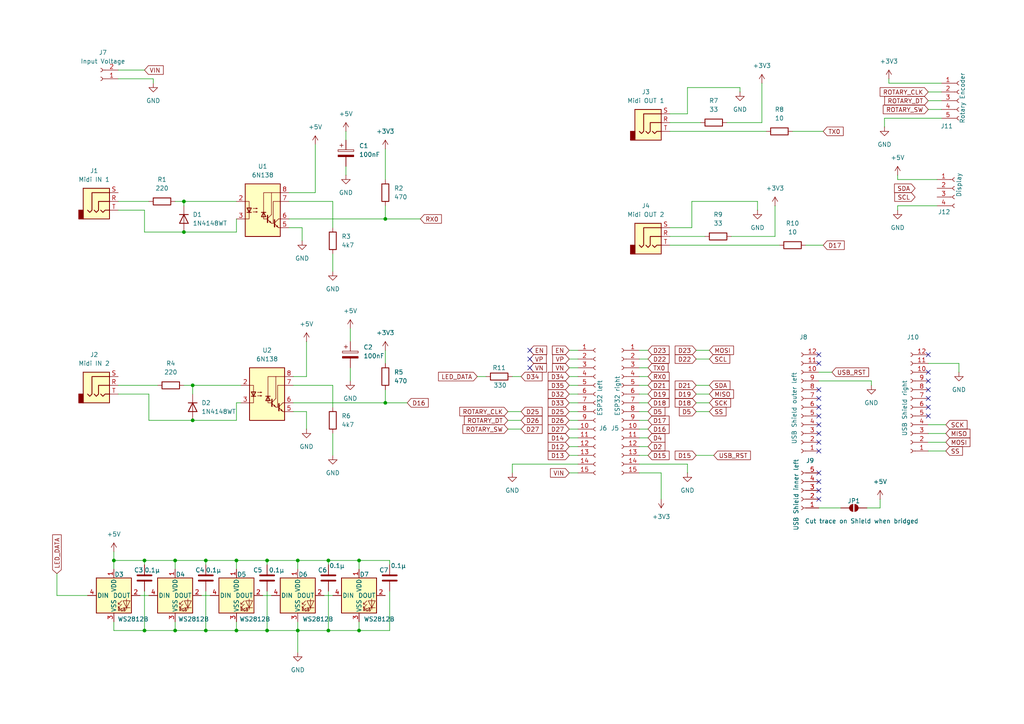
<source format=kicad_sch>
(kicad_sch (version 20231120) (generator "eeschema") (generator_version "8.0")
  (paper "A4")
  (lib_symbols
    (symbol "Connector:Conn_01x02_Socket" (pin_names (offset 1.016) hide)
      (property "Reference" "J" (at 0 2.54 0))
      (property "Value" "Conn_01x02_Socket" (at 0 -5.08 0))
      (symbol "Conn_01x02_Socket_1_1"
        (pin passive line (at -5.08 0 0) (length 3.81) (name "Pin_1") (number "1"))
        (pin passive line (at -5.08 -2.54 0) (length 3.81) (name "Pin_2") (number "2"))
      )
    )
    (symbol "Connector:Conn_01x04_Socket" (pin_names (offset 1.016) hide)
      (property "Reference" "J" (at 0 5.08 0))
      (property "Value" "Conn_01x04_Socket" (at 0 -7.62 0))
      (symbol "Conn_01x04_Socket_1_1"
        (pin passive line (at -5.08 2.54 0) (length 3.81) (name "Pin_1") (number "1"))
        (pin passive line (at -5.08 0 0) (length 3.81) (name "Pin_2") (number "2"))
        (pin passive line (at -5.08 -2.54 0) (length 3.81) (name "Pin_3") (number "3"))
        (pin passive line (at -5.08 -5.08 0) (length 3.81) (name "Pin_4") (number "4"))
      )
    )
    (symbol "Connector:Conn_01x05_Socket" (pin_names (offset 1.016) hide)
      (property "Reference" "J" (at 0 7.62 0))
      (property "Value" "Conn_01x05_Socket" (at 0 -7.62 0))
      (symbol "Conn_01x05_Socket_1_1"
        (pin passive line (at -5.08 5.08 0) (length 3.81) (name "Pin_1") (number "1"))
        (pin passive line (at -5.08 2.54 0) (length 3.81) (name "Pin_2") (number "2"))
        (pin passive line (at -5.08 0 0) (length 3.81) (name "Pin_3") (number "3"))
        (pin passive line (at -5.08 -2.54 0) (length 3.81) (name "Pin_4") (number "4"))
        (pin passive line (at -5.08 -5.08 0) (length 3.81) (name "Pin_5") (number "5"))
      )
    )
    (symbol "Connector:Conn_01x12_Socket" (pin_names (offset 1.016) hide)
      (property "Reference" "J" (at 0 15.24 0))
      (property "Value" "Conn_01x12_Socket" (at 0 -17.78 0))
      (symbol "Conn_01x12_Socket_1_1"
        (pin passive line (at -5.08 12.7 0) (length 3.81) (name "Pin_1") (number "1"))
        (pin passive line (at -5.08 -10.16 0) (length 3.81) (name "Pin_10") (number "10"))
        (pin passive line (at -5.08 -12.7 0) (length 3.81) (name "Pin_11") (number "11"))
        (pin passive line (at -5.08 -15.24 0) (length 3.81) (name "Pin_12") (number "12"))
        (pin passive line (at -5.08 10.16 0) (length 3.81) (name "Pin_2") (number "2"))
        (pin passive line (at -5.08 7.62 0) (length 3.81) (name "Pin_3") (number "3"))
        (pin passive line (at -5.08 5.08 0) (length 3.81) (name "Pin_4") (number "4"))
        (pin passive line (at -5.08 2.54 0) (length 3.81) (name "Pin_5") (number "5"))
        (pin passive line (at -5.08 0 0) (length 3.81) (name "Pin_6") (number "6"))
        (pin passive line (at -5.08 -2.54 0) (length 3.81) (name "Pin_7") (number "7"))
        (pin passive line (at -5.08 -5.08 0) (length 3.81) (name "Pin_8") (number "8"))
        (pin passive line (at -5.08 -7.62 0) (length 3.81) (name "Pin_9") (number "9"))
      )
    )
    (symbol "Connector:Conn_01x15_Socket" (pin_names (offset 1.016) hide)
      (property "Reference" "J" (at 0 20.32 0))
      (property "Value" "Conn_01x15_Socket" (at 0 -20.32 0))
      (symbol "Conn_01x15_Socket_1_1"
        (pin passive line (at -5.08 17.78 0) (length 3.81) (name "Pin_1") (number "1"))
        (pin passive line (at -5.08 -5.08 0) (length 3.81) (name "Pin_10") (number "10"))
        (pin passive line (at -5.08 -7.62 0) (length 3.81) (name "Pin_11") (number "11"))
        (pin passive line (at -5.08 -10.16 0) (length 3.81) (name "Pin_12") (number "12"))
        (pin passive line (at -5.08 -12.7 0) (length 3.81) (name "Pin_13") (number "13"))
        (pin passive line (at -5.08 -15.24 0) (length 3.81) (name "Pin_14") (number "14"))
        (pin passive line (at -5.08 -17.78 0) (length 3.81) (name "Pin_15") (number "15"))
        (pin passive line (at -5.08 15.24 0) (length 3.81) (name "Pin_2") (number "2"))
        (pin passive line (at -5.08 12.7 0) (length 3.81) (name "Pin_3") (number "3"))
        (pin passive line (at -5.08 10.16 0) (length 3.81) (name "Pin_4") (number "4"))
        (pin passive line (at -5.08 7.62 0) (length 3.81) (name "Pin_5") (number "5"))
        (pin passive line (at -5.08 5.08 0) (length 3.81) (name "Pin_6") (number "6"))
        (pin passive line (at -5.08 2.54 0) (length 3.81) (name "Pin_7") (number "7"))
        (pin passive line (at -5.08 0 0) (length 3.81) (name "Pin_8") (number "8"))
        (pin passive line (at -5.08 -2.54 0) (length 3.81) (name "Pin_9") (number "9"))
      )
    )
    (symbol "Connector_Audio:AudioJack3"
      (property "Reference" "J" (at 0 8.89 0))
      (property "Value" "AudioJack3" (at 0 6.35 0))
      (symbol "AudioJack3_1_1"
        (pin passive line (at 5.08 0 180) (length 2.54) (name "~") (number "R"))
        (pin passive line (at 5.08 2.54 180) (length 2.54) (name "~") (number "S"))
        (pin passive line (at 5.08 -2.54 180) (length 2.54) (name "~") (number "T"))
      )
    )
    (symbol "Device:C" (pin_numbers hide) (pin_names (offset 0.254))
      (property "Reference" "C" (at 0.635 2.54 0))
      (property "Value" "C" (at 0.635 -2.54 0))
      (symbol "C_1_1"
        (pin passive line (at 0 3.81 270) (length 2.794) (name "~") (number "1"))
        (pin passive line (at 0 -3.81 90) (length 2.794) (name "~") (number "2"))
      )
    )
    (symbol "Device:C_Polarized" (pin_numbers hide) (pin_names (offset 0.254))
      (property "Reference" "C" (at 0.635 2.54 0))
      (property "Value" "C_Polarized" (at 0.635 -2.54 0))
      (symbol "C_Polarized_1_1"
        (pin passive line (at 0 3.81 270) (length 2.794) (name "~") (number "1"))
        (pin passive line (at 0 -3.81 90) (length 2.794) (name "~") (number "2"))
      )
    )
    (symbol "Device:R" (pin_numbers hide) (pin_names (offset 0))
      (property "Reference" "R" (at 2.032 0 90))
      (property "Value" "R" (at 0 0 90))
      (symbol "R_1_1"
        (pin passive line (at 0 3.81 270) (length 1.27) (name "~") (number "1"))
        (pin passive line (at 0 -3.81 90) (length 1.27) (name "~") (number "2"))
      )
    )
    (symbol "Diode:1N4148WT" (pin_numbers hide) (pin_names hide)
      (property "Reference" "D" (at 0 2.54 0))
      (property "Value" "1N4148WT" (at 0 -2.54 0))
      (symbol "1N4148WT_1_1"
        (pin passive line (at -3.81 0 0) (length 2.54) (name "K") (number "1"))
        (pin passive line (at 3.81 0 180) (length 2.54) (name "A") (number "2"))
      )
    )
    (symbol "Isolator:6N138" (pin_names (offset 1.016) hide)
      (property "Reference" "U" (at -4.064 8.89 0))
      (property "Value" "6N138" (at 2.286 8.89 0))
      (symbol "6N138_1_1"
        (pin no_connect line (at -5.08 5.08 0) (length 2.54) hide (name "NC") (number "1"))
        (pin passive line (at -7.62 2.54 0) (length 2.54) (name "C1") (number "2"))
        (pin passive line (at -7.62 -2.54 0) (length 2.54) (name "C2") (number "3"))
        (pin no_connect line (at -5.08 -5.08 0) (length 2.54) hide (name "NC") (number "4"))
        (pin passive line (at 7.62 -5.08 180) (length 2.54) (name "GND") (number "5"))
        (pin passive line (at 7.62 -2.54 180) (length 2.54) (name "VO2") (number "6"))
        (pin passive line (at 7.62 2.54 180) (length 2.54) (name "VO1") (number "7"))
        (pin passive line (at 7.62 5.08 180) (length 2.54) (name "VCC") (number "8"))
      )
    )
    (symbol "Jumper:SolderJumper_2_Open" (pin_numbers hide) (pin_names (offset 0) hide) (exclude_from_sim yes) (in_bom no)
      (property "Reference" "JP" (at 0 2.032 0))
      (property "Value" "SolderJumper_2_Open" (at 0 -2.54 0))
      (symbol "SolderJumper_2_Open_1_1"
        (pin passive line (at -3.81 0 0) (length 2.54) (name "A") (number "1"))
        (pin passive line (at 3.81 0 180) (length 2.54) (name "B") (number "2"))
      )
    )
    (symbol "LED:WS2812B" (pin_names (offset 0.254))
      (property "Reference" "D" (at 5.08 5.715 0))
      (property "Value" "WS2812B" (at 1.27 -5.715 0))
      (symbol "WS2812B_0_0"
        (text "RGB" (at 2.286 -4.191 0) (effects (font (size 0.762 0.762))))
      )
      (symbol "WS2812B_1_1"
        (pin power_in line (at 0 7.62 270) (length 2.54) (name "VDD") (number "1"))
        (pin output line (at 7.62 0 180) (length 2.54) (name "DOUT") (number "2"))
        (pin power_in line (at 0 -7.62 90) (length 2.54) (name "VSS") (number "3"))
        (pin input line (at -7.62 0 0) (length 2.54) (name "DIN") (number "4"))
      )
    )
    (symbol "power:+3V3" (power) (pin_numbers hide) (pin_names (offset 0) hide)
      (property "Value" "+3V3" (at 0 3.556 0))
      (symbol "+3V3_1_1"
        (pin power_in line (at 0 0 90) (length 0) (name "~") (number "1"))
      )
    )
    (symbol "power:+5V" (power) (pin_numbers hide) (pin_names (offset 0) hide)
      (property "Value" "+5V" (at 0 3.556 0))
      (symbol "+5V_1_1"
        (pin power_in line (at 0 0 90) (length 0) (name "~") (number "1"))
      )
    )
    (symbol "power:GND" (power) (pin_numbers hide) (pin_names (offset 0) hide)
      (property "Value" "GND" (at 0 -3.81 0))
      (symbol "GND_1_1"
        (pin power_in line (at 0 0 270) (length 0) (name "~") (number "1"))
      )
    )
  )
  (junction (at 55.88 111.76))
  (junction (at 86.36 162.56))
  (junction (at 111.76 63.5))
  (junction (at 59.69 162.56))
  (junction (at 53.34 67.31))
  (junction (at 77.47 182.88))
  (junction (at 41.91 162.56))
  (junction (at 95.25 162.56))
  (junction (at 55.88 121.92))
  (junction (at 86.36 182.88))
  (junction (at 111.76 116.84))
  (junction (at 53.34 58.42))
  (junction (at 50.8 162.56))
  (junction (at 68.58 182.88))
  (junction (at 33.02 162.56))
  (junction (at 41.91 182.88))
  (junction (at 50.8 182.88))
  (junction (at 104.14 182.88))
  (junction (at 68.58 162.56))
  (junction (at 77.47 162.56))
  (junction (at 95.25 182.88))
  (junction (at 59.69 182.88))
  (junction (at 104.14 162.56))
  (no_connect (at 269.24 107.95))
  (no_connect (at 237.49 125.73))
  (no_connect (at 237.49 130.81))
  (no_connect (at 237.49 144.78))
  (no_connect (at 237.49 102.87))
  (no_connect (at 237.49 120.65))
  (no_connect (at 237.49 123.19))
  (no_connect (at 237.49 115.57))
  (no_connect (at 269.24 120.65))
  (no_connect (at 269.24 115.57))
  (no_connect (at 237.49 128.27))
  (no_connect (at 237.49 113.03))
  (no_connect (at 237.49 118.11))
  (no_connect (at 237.49 137.16))
  (no_connect (at 153.67 104.14))
  (no_connect (at 269.24 102.87))
  (no_connect (at 153.67 106.68))
  (no_connect (at 237.49 105.41))
  (no_connect (at 237.49 139.7))
  (no_connect (at 269.24 110.49))
  (no_connect (at 269.24 113.03))
  (no_connect (at 153.67 101.6))
  (no_connect (at 237.49 142.24))
  (no_connect (at 269.24 118.11))
  (wire (pts (xy 50.8 162.56) (xy 59.69 162.56)))
  (wire (pts (xy 95.25 171.45) (xy 95.25 182.88)))
  (wire (pts (xy 187.96 101.6) (xy 185.42 101.6)))
  (wire (pts (xy 220.98 24.13) (xy 220.98 35.56)))
  (wire (pts (xy 165.1 104.14) (xy 167.64 104.14)))
  (wire (pts (xy 16.51 172.72) (xy 25.4 172.72)))
  (wire (pts (xy 219.71 58.42) (xy 219.71 60.96)))
  (wire (pts (xy 50.8 58.42) (xy 53.34 58.42)))
  (wire (pts (xy 237.49 147.32) (xy 243.84 147.32)))
  (wire (pts (xy 269.24 128.27) (xy 274.32 128.27)))
  (wire (pts (xy 95.25 162.56) (xy 95.25 163.83)))
  (wire (pts (xy 187.96 121.92) (xy 185.42 121.92)))
  (wire (pts (xy 50.8 162.56) (xy 50.8 165.1)))
  (wire (pts (xy 83.82 58.42) (xy 96.52 58.42)))
  (wire (pts (xy 255.27 147.32) (xy 255.27 144.78)))
  (wire (pts (xy 278.13 105.41) (xy 278.13 107.95)))
  (wire (pts (xy 269.24 105.41) (xy 278.13 105.41)))
  (wire (pts (xy 88.9 119.38) (xy 88.9 124.46)))
  (wire (pts (xy 194.31 35.56) (xy 203.2 35.56)))
  (wire (pts (xy 224.79 68.58) (xy 224.79 59.69)))
  (wire (pts (xy 86.36 182.88) (xy 86.36 189.23)))
  (wire (pts (xy 187.96 127) (xy 185.42 127)))
  (wire (pts (xy 59.69 182.88) (xy 68.58 182.88)))
  (wire (pts (xy 187.96 109.22) (xy 185.42 109.22)))
  (wire (pts (xy 111.76 101.6) (xy 111.76 105.41)))
  (wire (pts (xy 40.64 172.72) (xy 43.18 172.72)))
  (wire (pts (xy 33.02 182.88) (xy 41.91 182.88)))
  (wire (pts (xy 33.02 162.56) (xy 41.91 162.56)))
  (wire (pts (xy 269.24 26.67) (xy 273.05 26.67)))
  (wire (pts (xy 85.09 109.22) (xy 88.9 109.22)))
  (wire (pts (xy 68.58 116.84) (xy 68.58 121.92)))
  (wire (pts (xy 147.32 119.38) (xy 151.13 119.38)))
  (wire (pts (xy 165.1 129.54) (xy 167.64 129.54)))
  (wire (pts (xy 251.46 147.32) (xy 255.27 147.32)))
  (wire (pts (xy 256.54 36.83) (xy 256.54 34.29)))
  (wire (pts (xy 34.29 114.3) (xy 43.18 114.3)))
  (wire (pts (xy 50.8 182.88) (xy 50.8 180.34)))
  (wire (pts (xy 147.32 124.46) (xy 151.13 124.46)))
  (wire (pts (xy 187.96 116.84) (xy 185.42 116.84)))
  (wire (pts (xy 43.18 121.92) (xy 55.88 121.92)))
  (wire (pts (xy 77.47 171.45) (xy 77.47 182.88)))
  (wire (pts (xy 269.24 31.75) (xy 273.05 31.75)))
  (wire (pts (xy 237.49 110.49) (xy 252.73 110.49)))
  (wire (pts (xy 113.03 162.56) (xy 104.14 162.56)))
  (wire (pts (xy 165.1 127) (xy 167.64 127)))
  (wire (pts (xy 100.33 48.26) (xy 100.33 50.8)))
  (wire (pts (xy 165.1 132.08) (xy 167.64 132.08)))
  (wire (pts (xy 68.58 162.56) (xy 77.47 162.56)))
  (wire (pts (xy 237.49 107.95) (xy 241.3 107.95)))
  (wire (pts (xy 53.34 58.42) (xy 68.58 58.42)))
  (wire (pts (xy 87.63 66.04) (xy 87.63 69.85)))
  (wire (pts (xy 101.6 106.68) (xy 101.6 110.49)))
  (wire (pts (xy 59.69 171.45) (xy 59.69 182.88)))
  (wire (pts (xy 53.34 58.42) (xy 53.34 59.69)))
  (wire (pts (xy 269.24 29.21) (xy 273.05 29.21)))
  (wire (pts (xy 187.96 106.68) (xy 185.42 106.68)))
  (wire (pts (xy 68.58 182.88) (xy 77.47 182.88)))
  (wire (pts (xy 165.1 137.16) (xy 167.64 137.16)))
  (wire (pts (xy 68.58 162.56) (xy 68.58 165.1)))
  (wire (pts (xy 34.29 60.96) (xy 41.91 60.96)))
  (wire (pts (xy 41.91 182.88) (xy 50.8 182.88)))
  (wire (pts (xy 165.1 106.68) (xy 167.64 106.68)))
  (wire (pts (xy 187.96 111.76) (xy 185.42 111.76)))
  (wire (pts (xy 165.1 111.76) (xy 167.64 111.76)))
  (wire (pts (xy 191.77 144.78) (xy 191.77 137.16)))
  (wire (pts (xy 111.76 63.5) (xy 121.92 63.5)))
  (wire (pts (xy 199.39 137.16) (xy 199.39 134.62)))
  (wire (pts (xy 104.14 162.56) (xy 104.14 165.1)))
  (wire (pts (xy 187.96 129.54) (xy 185.42 129.54)))
  (wire (pts (xy 86.36 182.88) (xy 86.36 180.34)))
  (wire (pts (xy 194.31 68.58) (xy 204.47 68.58)))
  (wire (pts (xy 68.58 63.5) (xy 68.58 67.31)))
  (wire (pts (xy 95.25 182.88) (xy 86.36 182.88)))
  (wire (pts (xy 199.39 134.62) (xy 185.42 134.62)))
  (wire (pts (xy 273.05 24.13) (xy 257.81 24.13)))
  (wire (pts (xy 269.24 123.19) (xy 274.32 123.19)))
  (wire (pts (xy 201.93 132.08) (xy 207.01 132.08)))
  (wire (pts (xy 53.34 67.31) (xy 68.58 67.31)))
  (wire (pts (xy 113.03 171.45) (xy 113.03 182.88)))
  (wire (pts (xy 34.29 58.42) (xy 43.18 58.42)))
  (wire (pts (xy 43.18 114.3) (xy 43.18 121.92)))
  (wire (pts (xy 271.78 59.69) (xy 260.35 59.69)))
  (wire (pts (xy 83.82 55.88) (xy 91.44 55.88)))
  (wire (pts (xy 194.31 71.12) (xy 226.06 71.12)))
  (wire (pts (xy 68.58 182.88) (xy 68.58 180.34)))
  (wire (pts (xy 91.44 55.88) (xy 91.44 41.91)))
  (wire (pts (xy 214.63 25.4) (xy 214.63 26.67)))
  (wire (pts (xy 104.14 162.56) (xy 95.25 162.56)))
  (wire (pts (xy 260.35 59.69) (xy 260.35 60.96)))
  (wire (pts (xy 187.96 124.46) (xy 185.42 124.46)))
  (wire (pts (xy 113.03 163.83) (xy 113.03 162.56)))
  (wire (pts (xy 165.1 114.3) (xy 167.64 114.3)))
  (wire (pts (xy 233.68 71.12) (xy 238.76 71.12)))
  (wire (pts (xy 201.93 111.76) (xy 205.74 111.76)))
  (wire (pts (xy 147.32 121.92) (xy 151.13 121.92)))
  (wire (pts (xy 41.91 162.56) (xy 41.91 163.83)))
  (wire (pts (xy 16.51 172.72) (xy 16.51 166.37)))
  (wire (pts (xy 111.76 116.84) (xy 118.11 116.84)))
  (wire (pts (xy 41.91 67.31) (xy 53.34 67.31)))
  (wire (pts (xy 148.59 134.62) (xy 167.64 134.62)))
  (wire (pts (xy 138.43 109.22) (xy 140.97 109.22)))
  (wire (pts (xy 33.02 162.56) (xy 33.02 165.1)))
  (wire (pts (xy 165.1 116.84) (xy 167.64 116.84)))
  (wire (pts (xy 50.8 182.88) (xy 59.69 182.88)))
  (wire (pts (xy 201.93 119.38) (xy 205.74 119.38)))
  (wire (pts (xy 41.91 60.96) (xy 41.91 67.31)))
  (wire (pts (xy 200.66 66.04) (xy 200.66 58.42)))
  (wire (pts (xy 201.93 101.6) (xy 205.74 101.6)))
  (wire (pts (xy 34.29 20.32) (xy 41.91 20.32)))
  (wire (pts (xy 111.76 59.69) (xy 111.76 63.5)))
  (wire (pts (xy 252.73 110.49) (xy 252.73 111.76)))
  (wire (pts (xy 77.47 162.56) (xy 77.47 163.83)))
  (wire (pts (xy 187.96 119.38) (xy 185.42 119.38)))
  (wire (pts (xy 96.52 111.76) (xy 96.52 118.11)))
  (wire (pts (xy 165.1 121.92) (xy 167.64 121.92)))
  (wire (pts (xy 83.82 63.5) (xy 111.76 63.5)))
  (wire (pts (xy 269.24 125.73) (xy 274.32 125.73)))
  (wire (pts (xy 201.93 116.84) (xy 205.74 116.84)))
  (wire (pts (xy 86.36 162.56) (xy 95.25 162.56)))
  (wire (pts (xy 77.47 162.56) (xy 86.36 162.56)))
  (wire (pts (xy 58.42 172.72) (xy 60.96 172.72)))
  (wire (pts (xy 85.09 119.38) (xy 88.9 119.38)))
  (wire (pts (xy 201.93 104.14) (xy 205.74 104.14)))
  (wire (pts (xy 44.45 24.13) (xy 44.45 22.86)))
  (wire (pts (xy 187.96 104.14) (xy 185.42 104.14)))
  (wire (pts (xy 269.24 130.81) (xy 274.32 130.81)))
  (wire (pts (xy 113.03 182.88) (xy 104.14 182.88)))
  (wire (pts (xy 185.42 132.08) (xy 187.96 132.08)))
  (wire (pts (xy 111.76 43.18) (xy 111.76 52.07)))
  (wire (pts (xy 55.88 121.92) (xy 68.58 121.92)))
  (wire (pts (xy 165.1 124.46) (xy 167.64 124.46)))
  (wire (pts (xy 53.34 111.76) (xy 55.88 111.76)))
  (wire (pts (xy 33.02 180.34) (xy 33.02 182.88)))
  (wire (pts (xy 191.77 137.16) (xy 185.42 137.16)))
  (wire (pts (xy 77.47 182.88) (xy 86.36 182.88)))
  (wire (pts (xy 257.81 24.13) (xy 257.81 22.86)))
  (wire (pts (xy 34.29 22.86) (xy 44.45 22.86)))
  (wire (pts (xy 88.9 109.22) (xy 88.9 99.06)))
  (wire (pts (xy 59.69 162.56) (xy 68.58 162.56)))
  (wire (pts (xy 165.1 109.22) (xy 167.64 109.22)))
  (wire (pts (xy 111.76 113.03) (xy 111.76 116.84)))
  (wire (pts (xy 212.09 68.58) (xy 224.79 68.58)))
  (wire (pts (xy 85.09 116.84) (xy 111.76 116.84)))
  (wire (pts (xy 55.88 111.76) (xy 55.88 114.3)))
  (wire (pts (xy 96.52 58.42) (xy 96.52 66.04)))
  (wire (pts (xy 148.59 109.22) (xy 151.13 109.22)))
  (wire (pts (xy 194.31 33.02) (xy 199.39 33.02)))
  (wire (pts (xy 100.33 38.1) (xy 100.33 40.64)))
  (wire (pts (xy 194.31 66.04) (xy 200.66 66.04)))
  (wire (pts (xy 260.35 52.07) (xy 260.35 50.8)))
  (wire (pts (xy 33.02 160.02) (xy 33.02 162.56)))
  (wire (pts (xy 199.39 25.4) (xy 214.63 25.4)))
  (wire (pts (xy 201.93 114.3) (xy 205.74 114.3)))
  (wire (pts (xy 93.98 172.72) (xy 96.52 172.72)))
  (wire (pts (xy 96.52 73.66) (xy 96.52 78.74)))
  (wire (pts (xy 69.85 116.84) (xy 68.58 116.84)))
  (wire (pts (xy 165.1 101.6) (xy 167.64 101.6)))
  (wire (pts (xy 83.82 66.04) (xy 87.63 66.04)))
  (wire (pts (xy 104.14 182.88) (xy 95.25 182.88)))
  (wire (pts (xy 55.88 111.76) (xy 69.85 111.76)))
  (wire (pts (xy 165.1 119.38) (xy 167.64 119.38)))
  (wire (pts (xy 104.14 180.34) (xy 104.14 182.88)))
  (wire (pts (xy 256.54 34.29) (xy 273.05 34.29)))
  (wire (pts (xy 199.39 33.02) (xy 199.39 25.4)))
  (wire (pts (xy 271.78 52.07) (xy 260.35 52.07)))
  (wire (pts (xy 59.69 162.56) (xy 59.69 163.83)))
  (wire (pts (xy 220.98 35.56) (xy 210.82 35.56)))
  (wire (pts (xy 86.36 162.56) (xy 86.36 165.1)))
  (wire (pts (xy 200.66 58.42) (xy 219.71 58.42)))
  (wire (pts (xy 34.29 111.76) (xy 45.72 111.76)))
  (wire (pts (xy 41.91 162.56) (xy 50.8 162.56)))
  (wire (pts (xy 194.31 38.1) (xy 222.25 38.1)))
  (wire (pts (xy 85.09 111.76) (xy 96.52 111.76)))
  (wire (pts (xy 187.96 114.3) (xy 185.42 114.3)))
  (wire (pts (xy 148.59 137.16) (xy 148.59 134.62)))
  (wire (pts (xy 229.87 38.1) (xy 238.76 38.1)))
  (wire (pts (xy 76.2 172.72) (xy 78.74 172.72)))
  (wire (pts (xy 41.91 171.45) (xy 41.91 182.88)))
  (wire (pts (xy 96.52 125.73) (xy 96.52 132.08)))
  (wire (pts (xy 101.6 95.25) (xy 101.6 99.06)))
  (global_label "D15" (shape input) (at 187.96 132.08 0) (property "Intersheetrefs" "${INTERSHEET_REFS}" (effects (hide yes))))
  (global_label "D16" (shape input) (at 118.11 116.84 0) (property "Intersheetrefs" "${INTERSHEET_REFS}" (effects (hide yes))))
  (global_label "D23" (shape input) (at 187.96 101.6 0) (property "Intersheetrefs" "${INTERSHEET_REFS}" (effects (hide yes))))
  (global_label "LED_DATA" (shape input) (at 138.43 109.22 180) (property "Intersheetrefs" "${INTERSHEET_REFS}" (effects (hide yes))))
  (global_label "MOSI" (shape input) (at 205.74 101.6 0) (property "Intersheetrefs" "${INTERSHEET_REFS}" (effects (hide yes))))
  (global_label "D14" (shape input) (at 165.1 127 180) (property "Intersheetrefs" "${INTERSHEET_REFS}" (effects (hide yes))))
  (global_label "D19" (shape input) (at 201.93 114.3 180) (property "Intersheetrefs" "${INTERSHEET_REFS}" (effects (hide yes))))
  (global_label "D34" (shape input) (at 165.1 109.22 180) (property "Intersheetrefs" "${INTERSHEET_REFS}" (effects (hide yes))))
  (global_label "D18" (shape input) (at 201.93 116.84 180) (property "Intersheetrefs" "${INTERSHEET_REFS}" (effects (hide yes))))
  (global_label "D25" (shape input) (at 165.1 119.38 180) (property "Intersheetrefs" "${INTERSHEET_REFS}" (effects (hide yes))))
  (global_label "RX0" (shape input) (at 121.92 63.5 0) (property "Intersheetrefs" "${INTERSHEET_REFS}" (effects (hide yes))))
  (global_label "EN" (shape input) (at 153.67 101.6 0) (property "Intersheetrefs" "${INTERSHEET_REFS}" (effects (hide yes))))
  (global_label "VN" (shape input) (at 165.1 106.68 180) (property "Intersheetrefs" "${INTERSHEET_REFS}" (effects (hide yes))))
  (global_label "MOSI" (shape input) (at 274.32 128.27 0) (property "Intersheetrefs" "${INTERSHEET_REFS}" (effects (hide yes))))
  (global_label "ROTARY_DT" (shape input) (at 269.24 29.21 180) (property "Intersheetrefs" "${INTERSHEET_REFS}" (effects (hide yes))))
  (global_label "ROTARY_SW" (shape input) (at 269.24 31.75 180) (property "Intersheetrefs" "${INTERSHEET_REFS}" (effects (hide yes))))
  (global_label "D19" (shape input) (at 187.96 114.3 0) (property "Intersheetrefs" "${INTERSHEET_REFS}" (effects (hide yes))))
  (global_label "D27" (shape input) (at 165.1 124.46 180) (property "Intersheetrefs" "${INTERSHEET_REFS}" (effects (hide yes))))
  (global_label "D13" (shape input) (at 165.1 132.08 180) (property "Intersheetrefs" "${INTERSHEET_REFS}" (effects (hide yes))))
  (global_label "D15" (shape input) (at 201.93 132.08 180) (property "Intersheetrefs" "${INTERSHEET_REFS}" (effects (hide yes))))
  (global_label "D35" (shape input) (at 165.1 111.76 180) (property "Intersheetrefs" "${INTERSHEET_REFS}" (effects (hide yes))))
  (global_label "D21" (shape input) (at 201.93 111.76 180) (property "Intersheetrefs" "${INTERSHEET_REFS}" (effects (hide yes))))
  (global_label "MISO" (shape input) (at 274.32 125.73 0) (property "Intersheetrefs" "${INTERSHEET_REFS}" (effects (hide yes))))
  (global_label "VP" (shape input) (at 165.1 104.14 180) (property "Intersheetrefs" "${INTERSHEET_REFS}" (effects (hide yes))))
  (global_label "D26" (shape input) (at 151.13 121.92 0) (property "Intersheetrefs" "${INTERSHEET_REFS}" (effects (hide yes))))
  (global_label "ROTARY_CLK" (shape input) (at 147.32 119.38 180) (property "Intersheetrefs" "${INTERSHEET_REFS}" (effects (hide yes))))
  (global_label "SS" (shape input) (at 274.32 130.81 0) (property "Intersheetrefs" "${INTERSHEET_REFS}" (effects (hide yes))))
  (global_label "VN" (shape input) (at 153.67 106.68 0) (property "Intersheetrefs" "${INTERSHEET_REFS}" (effects (hide yes))))
  (global_label "D21" (shape input) (at 187.96 111.76 0) (property "Intersheetrefs" "${INTERSHEET_REFS}" (effects (hide yes))))
  (global_label "SCL" (shape input) (at 205.74 104.14 0) (property "Intersheetrefs" "${INTERSHEET_REFS}" (effects (hide yes))))
  (global_label "D2" (shape input) (at 187.96 129.54 0) (property "Intersheetrefs" "${INTERSHEET_REFS}" (effects (hide yes))))
  (global_label "SCK" (shape input) (at 274.32 123.19 0) (property "Intersheetrefs" "${INTERSHEET_REFS}" (effects (hide yes))))
  (global_label "D17" (shape input) (at 187.96 121.92 0) (property "Intersheetrefs" "${INTERSHEET_REFS}" (effects (hide yes))))
  (global_label "D32" (shape input) (at 165.1 114.3 180) (property "Intersheetrefs" "${INTERSHEET_REFS}" (effects (hide yes))))
  (global_label "D16" (shape input) (at 187.96 124.46 0) (property "Intersheetrefs" "${INTERSHEET_REFS}" (effects (hide yes))))
  (global_label "D27" (shape input) (at 151.13 124.46 0) (property "Intersheetrefs" "${INTERSHEET_REFS}" (effects (hide yes))))
  (global_label "USB_RST" (shape input) (at 207.01 132.08 0) (property "Intersheetrefs" "${INTERSHEET_REFS}" (effects (hide yes))))
  (global_label "D23" (shape input) (at 201.93 101.6 180) (property "Intersheetrefs" "${INTERSHEET_REFS}" (effects (hide yes))))
  (global_label "ROTARY_DT" (shape input) (at 147.32 121.92 180) (property "Intersheetrefs" "${INTERSHEET_REFS}" (effects (hide yes))))
  (global_label "D22" (shape input) (at 201.93 104.14 180) (property "Intersheetrefs" "${INTERSHEET_REFS}" (effects (hide yes))))
  (global_label "SDA" (shape input) (at 265.43 54.61 180) (property "Intersheetrefs" "${INTERSHEET_REFS}" (effects (hide yes))))
  (global_label "D17" (shape input) (at 238.76 71.12 0) (property "Intersheetrefs" "${INTERSHEET_REFS}" (effects (hide yes))))
  (global_label "D22" (shape input) (at 187.96 104.14 0) (property "Intersheetrefs" "${INTERSHEET_REFS}" (effects (hide yes))))
  (global_label "D4" (shape input) (at 187.96 127 0) (property "Intersheetrefs" "${INTERSHEET_REFS}" (effects (hide yes))))
  (global_label "D18" (shape input) (at 187.96 116.84 0) (property "Intersheetrefs" "${INTERSHEET_REFS}" (effects (hide yes))))
  (global_label "D33" (shape input) (at 165.1 116.84 180) (property "Intersheetrefs" "${INTERSHEET_REFS}" (effects (hide yes))))
  (global_label "ROTARY_CLK" (shape input) (at 269.24 26.67 180) (property "Intersheetrefs" "${INTERSHEET_REFS}" (effects (hide yes))))
  (global_label "SCK" (shape input) (at 205.74 116.84 0) (property "Intersheetrefs" "${INTERSHEET_REFS}" (effects (hide yes))))
  (global_label "TX0" (shape input) (at 187.96 106.68 0) (property "Intersheetrefs" "${INTERSHEET_REFS}" (effects (hide yes))))
  (global_label "VIN" (shape input) (at 41.91 20.32 0) (property "Intersheetrefs" "${INTERSHEET_REFS}" (effects (hide yes))))
  (global_label "USB_RST" (shape input) (at 241.3 107.95 0) (property "Intersheetrefs" "${INTERSHEET_REFS}" (effects (hide yes))))
  (global_label "LED_DATA" (shape input) (at 16.51 166.37 90) (property "Intersheetrefs" "${INTERSHEET_REFS}" (effects (hide yes))))
  (global_label "EN" (shape input) (at 165.1 101.6 180) (property "Intersheetrefs" "${INTERSHEET_REFS}" (effects (hide yes))))
  (global_label "SCL" (shape input) (at 265.43 57.15 180) (property "Intersheetrefs" "${INTERSHEET_REFS}" (effects (hide yes))))
  (global_label "D25" (shape input) (at 151.13 119.38 0) (property "Intersheetrefs" "${INTERSHEET_REFS}" (effects (hide yes))))
  (global_label "D34" (shape input) (at 151.13 109.22 0) (property "Intersheetrefs" "${INTERSHEET_REFS}" (effects (hide yes))))
  (global_label "D5" (shape input) (at 201.93 119.38 180) (property "Intersheetrefs" "${INTERSHEET_REFS}" (effects (hide yes))))
  (global_label "D5" (shape input) (at 187.96 119.38 0) (property "Intersheetrefs" "${INTERSHEET_REFS}" (effects (hide yes))))
  (global_label "TX0" (shape input) (at 238.76 38.1 0) (property "Intersheetrefs" "${INTERSHEET_REFS}" (effects (hide yes))))
  (global_label "D12" (shape input) (at 165.1 129.54 180) (property "Intersheetrefs" "${INTERSHEET_REFS}" (effects (hide yes))))
  (global_label "SS" (shape input) (at 205.74 119.38 0) (property "Intersheetrefs" "${INTERSHEET_REFS}" (effects (hide yes))))
  (global_label "RX0" (shape input) (at 187.96 109.22 0) (property "Intersheetrefs" "${INTERSHEET_REFS}" (effects (hide yes))))
  (global_label "D26" (shape input) (at 165.1 121.92 180) (property "Intersheetrefs" "${INTERSHEET_REFS}" (effects (hide yes))))
  (global_label "MISO" (shape input) (at 205.74 114.3 0) (property "Intersheetrefs" "${INTERSHEET_REFS}" (effects (hide yes))))
  (global_label "ROTARY_SW" (shape input) (at 147.32 124.46 180) (property "Intersheetrefs" "${INTERSHEET_REFS}" (effects (hide yes))))
  (global_label "VP" (shape input) (at 153.67 104.14 0) (property "Intersheetrefs" "${INTERSHEET_REFS}" (effects (hide yes))))
  (global_label "VIN" (shape input) (at 165.1 137.16 180) (property "Intersheetrefs" "${INTERSHEET_REFS}" (effects (hide yes))))
  (global_label "SDA" (shape input) (at 205.74 111.76 0) (property "Intersheetrefs" "${INTERSHEET_REFS}" (effects (hide yes))))
  (symbol (lib_id "power:GND") (at 278.13 107.95 0) (mirror y) (unit 1)
    (property "Reference" "#PWR02" (effects (hide yes)))
    (property "Value" "GND" (at 278.13 113.03 0))
    (property "Description" "Power symbol creates a global label with name \"GND\" , ground" (effects (hide yes)))
  )
  (symbol (lib_id "Device:R") (at 111.76 55.88 0) (unit 1)
    (property "Reference" "R2" (at 114.3 54.6099 0) (effects (justify left)))
    (property "Value" "470" (at 114.3 57.1499 0) (effects (justify left)))
    (property "Description" "Resistor" (effects (hide yes)))
  )
  (symbol (lib_id "Device:R") (at 111.76 109.22 0) (unit 1)
    (property "Reference" "R5" (at 114.3 107.9499 0) (effects (justify left)))
    (property "Value" "470" (at 114.3 110.4899 0) (effects (justify left)))
    (property "Description" "Resistor" (effects (hide yes)))
  )
  (symbol (lib_id "Connector:Conn_01x15_Socket") (at 180.34 119.38 0) (mirror y) (unit 1)
    (property "Reference" "J5" (at 179.578 124.206 0) (effects (justify left)))
    (property "Value" "ESP32 right" (at 179.07 120.6499 90) (effects (justify left)))
    (property "Description" "Generic connector, single row, 01x15, script generated" (effects (hide yes)))
  )
  (symbol (lib_id "power:+5V") (at 260.35 50.8 0) (unit 1)
    (property "Reference" "#PWR027" (effects (hide yes)))
    (property "Value" "+5V" (at 260.35 45.72 0))
    (property "Description" "Power symbol creates a global label with name \"+5V\"" (effects (hide yes)))
  )
  (symbol (lib_id "Isolator:6N138") (at 76.2 60.96 0) (unit 1)
    (property "Reference" "U1" (at 76.2 48.26 0))
    (property "Value" "6N138" (at 76.2 50.8 0))
    (property "Datasheet" "http://www.onsemi.com/pub/Collateral/HCPL2731-D.pdf" (effects (hide yes)))
    (property "Description" "Low Input Current high Gain Split Darlington Optocouplers, -0.5V to 7V VDD, DIP-8" (effects (hide yes)))
  )
  (symbol (lib_id "power:+5V") (at 101.6 95.25 0) (unit 1)
    (property "Reference" "#PWR022" (effects (hide yes)))
    (property "Value" "+5V" (at 101.6 90.17 0))
    (property "Description" "Power symbol creates a global label with name \"+5V\"" (effects (hide yes)))
  )
  (symbol (lib_id "power:GND") (at 148.59 137.16 0) (unit 1)
    (property "Reference" "#PWR016" (effects (hide yes)))
    (property "Value" "GND" (at 148.59 142.24 0))
    (property "Description" "Power symbol creates a global label with name \"GND\" , ground" (effects (hide yes)))
  )
  (symbol (lib_id "Connector:Conn_01x15_Socket") (at 172.72 119.38 0) (unit 1)
    (property "Reference" "J6" (at 173.736 124.206 0) (effects (justify left)))
    (property "Value" "ESP32 left" (at 173.99 120.6499 90) (effects (justify left)))
    (property "Description" "Generic connector, single row, 01x15, script generated" (effects (hide yes)))
  )
  (symbol (lib_id "Diode:1N4148WT") (at 53.34 63.5 270) (unit 1)
    (property "Reference" "D1" (at 55.88 62.2299 90) (effects (justify left)))
    (property "Value" "1N4148WT" (at 55.88 64.7699 90) (effects (justify left)))
    (property "Footprint" "Diode_SMD:D_SOD-523" (effects (hide yes)))
    (property "Datasheet" "https://www.diodes.com/assets/Datasheets/ds30396.pdf" (effects (hide yes)))
    (property "Description" "75V 0.15A Fast switching Diode, SOD-523" (effects (hide yes)))
    (property "Sim.Device" "D" (effects (hide yes)))
    (property "Sim.Pins" "1=K 2=A" (effects (hide yes)))
  )
  (symbol (lib_id "Connector_Audio:AudioJack3") (at 29.21 111.76 0) (unit 1)
    (property "Reference" "J2" (at 27.305 102.87 0))
    (property "Value" "Midi IN 2" (at 27.305 105.41 0))
    (property "Description" "Audio Jack, 3 Poles (Stereo / TRS)" (effects (hide yes)))
  )
  (symbol (lib_id "power:+5V") (at 91.44 41.91 0) (unit 1)
    (property "Reference" "#PWR06" (effects (hide yes)))
    (property "Value" "+5V" (at 91.44 36.83 0))
    (property "Description" "Power symbol creates a global label with name \"+5V\"" (effects (hide yes)))
  )
  (symbol (lib_id "Device:R") (at 207.01 35.56 90) (unit 1)
    (property "Reference" "R7" (at 207.01 29.21 90))
    (property "Value" "33" (at 207.01 31.75 90))
    (property "Description" "Resistor" (effects (hide yes)))
  )
  (symbol (lib_id "Device:R") (at 208.28 68.58 90) (unit 1)
    (property "Reference" "R9" (at 208.28 62.23 90))
    (property "Value" "33" (at 208.28 64.77 90))
    (property "Description" "Resistor" (effects (hide yes)))
  )
  (symbol (lib_id "Device:R") (at 46.99 58.42 90) (unit 1)
    (property "Reference" "R1" (at 46.99 52.07 90))
    (property "Value" "220" (at 46.99 54.61 90))
    (property "Description" "Resistor" (effects (hide yes)))
  )
  (symbol (lib_id "Isolator:6N138") (at 77.47 114.3 0) (unit 1)
    (property "Reference" "U2" (at 77.47 101.6 0))
    (property "Value" "6N138" (at 77.47 104.14 0))
    (property "Datasheet" "http://www.onsemi.com/pub/Collateral/HCPL2731-D.pdf" (effects (hide yes)))
    (property "Description" "Low Input Current high Gain Split Darlington Optocouplers, -0.5V to 7V VDD, DIP-8" (effects (hide yes)))
  )
  (symbol (lib_id "Device:C") (at 77.47 167.64 0) (unit 1)
    (property "Reference" "C5" (at 73.406 165.354 0) (effects (justify left)))
    (property "Value" "0.1µ" (at 77.978 165.354 0) (effects (justify left)))
    (property "Footprint" "Capacitor_SMD:C_0603_1608Metric" (effects (hide yes)))
  )
  (symbol (lib_id "power:GND") (at 96.52 132.08 0) (unit 1)
    (property "Reference" "#PWR010" (effects (hide yes)))
    (property "Value" "GND" (at 96.52 137.16 0))
    (property "Description" "Power symbol creates a global label with name \"GND\" , ground" (effects (hide yes)))
  )
  (symbol (lib_id "power:+5V") (at 88.9 99.06 0) (unit 1)
    (property "Reference" "#PWR09" (effects (hide yes)))
    (property "Value" "+5V" (at 88.9 93.98 0))
    (property "Description" "Power symbol creates a global label with name \"+5V\"" (effects (hide yes)))
  )
  (symbol (lib_id "Connector_Audio:AudioJack3") (at 189.23 35.56 0) (unit 1)
    (property "Reference" "J3" (at 187.325 26.67 0))
    (property "Value" "Midi OUT 1" (at 187.325 29.21 0))
    (property "Description" "Audio Jack, 3 Poles (Stereo / TRS)" (effects (hide yes)))
  )
  (symbol (lib_id "power:+5V") (at 255.27 144.78 0) (unit 1)
    (property "Reference" "#PWR023" (effects (hide yes)))
    (property "Value" "+5V" (at 255.27 139.7 0))
    (property "Description" "Power symbol creates a global label with name \"+5V\"" (effects (hide yes)))
  )
  (symbol (lib_id "Device:C") (at 59.69 167.64 0) (unit 1)
    (property "Reference" "C4" (at 56.642 165.354 0) (effects (justify left)))
    (property "Value" "0.1µ" (at 59.69 165.354 0) (effects (justify left)))
    (property "Footprint" "Capacitor_SMD:C_0603_1608Metric" (effects (hide yes)))
  )
  (symbol (lib_id "Connector:Conn_01x12_Socket") (at 232.41 118.11 180) (unit 1)
    (property "Reference" "J8" (at 233.045 97.79 0))
    (property "Value" "USB Shield outer left" (at 230.378 118.364 90))
    (property "Description" "Generic connector, single row, 01x12, script generated" (effects (hide yes)))
  )
  (symbol (lib_id "Connector:Conn_01x05_Socket") (at 278.13 29.21 0) (unit 1)
    (property "Reference" "J11" (at 272.796 36.576 0) (effects (justify left)))
    (property "Value" "Rotary Encoder" (at 279.146 35.814 90) (effects (justify left)))
    (property "Description" "Generic connector, single row, 01x05, script generated" (effects (hide yes)))
  )
  (symbol (lib_id "power:+3V3") (at 111.76 101.6 0) (unit 1)
    (property "Reference" "#PWR011" (effects (hide yes)))
    (property "Value" "+3V3" (at 111.76 96.52 0))
    (property "Description" "Power symbol creates a global label with name \"+3V3\"" (effects (hide yes)))
  )
  (symbol (lib_id "power:GND") (at 260.35 60.96 0) (mirror y) (unit 1)
    (property "Reference" "#PWR026" (effects (hide yes)))
    (property "Value" "GND" (at 260.35 66.04 0))
    (property "Description" "Power symbol creates a global label with name \"GND\" , ground" (effects (hide yes)))
  )
  (symbol (lib_id "LED:WS2812B") (at 68.58 172.72 0) (unit 1)
    (property "Reference" "D5" (at 70.104 166.624 0))
    (property "Value" "WS2812B" (at 73.914 179.578 0))
    (property "Footprint" "LED_SMD:LED_WS2812B_PLCC4_5.0x5.0mm_P3.2mm" (effects (hide yes)))
    (property "Datasheet" "https://cdn-shop.adafruit.com/datasheets/WS2812B.pdf" (effects (hide yes)))
    (property "Description" "RGB LED with integrated controller" (effects (hide yes)))
  )
  (symbol (lib_id "power:GND") (at 101.6 110.49 0) (unit 1)
    (property "Reference" "#PWR021" (effects (hide yes)))
    (property "Value" "GND" (at 101.6 115.57 0))
    (property "Description" "Power symbol creates a global label with name \"GND\" , ground" (effects (hide yes)))
  )
  (symbol (lib_id "Connector:Conn_01x12_Socket") (at 264.16 118.11 180) (unit 1)
    (property "Reference" "J10" (at 264.795 97.79 0))
    (property "Value" "USB Shield right" (at 262.382 118.364 90))
    (property "Description" "Generic connector, single row, 01x12, script generated" (effects (hide yes)))
  )
  (symbol (lib_id "power:GND") (at 252.73 111.76 0) (mirror y) (unit 1)
    (property "Reference" "#PWR03" (effects (hide yes)))
    (property "Value" "GND" (at 252.73 116.84 0))
    (property "Description" "Power symbol creates a global label with name \"GND\" , ground" (effects (hide yes)))
  )
  (symbol (lib_id "power:GND") (at 96.52 78.74 0) (unit 1)
    (property "Reference" "#PWR07" (effects (hide yes)))
    (property "Value" "GND" (at 96.52 83.82 0))
    (property "Description" "Power symbol creates a global label with name \"GND\" , ground" (effects (hide yes)))
  )
  (symbol (lib_id "Device:R") (at 226.06 38.1 90) (unit 1)
    (property "Reference" "R8" (at 226.06 31.75 90))
    (property "Value" "10" (at 226.06 34.29 90))
    (property "Description" "Resistor" (effects (hide yes)))
  )
  (symbol (lib_id "power:+5V") (at 100.33 38.1 0) (unit 1)
    (property "Reference" "#PWR019" (effects (hide yes)))
    (property "Value" "+5V" (at 100.33 33.02 0))
    (property "Description" "Power symbol creates a global label with name \"+5V\"" (effects (hide yes)))
  )
  (symbol (lib_id "power:GND") (at 87.63 69.85 0) (unit 1)
    (property "Reference" "#PWR04" (effects (hide yes)))
    (property "Value" "GND" (at 87.63 74.93 0))
    (property "Description" "Power symbol creates a global label with name \"GND\" , ground" (effects (hide yes)))
  )
  (symbol (lib_id "Connector:Conn_01x04_Socket") (at 276.86 54.61 0) (unit 1)
    (property "Reference" "J12" (at 272.034 61.468 0) (effects (justify left)))
    (property "Value" "Display" (at 278.13 57.1499 90) (effects (justify left)))
    (property "Description" "Generic connector, single row, 01x04, script generated" (effects (hide yes)))
  )
  (symbol (lib_id "Device:R") (at 144.78 109.22 90) (unit 1)
    (property "Reference" "R11" (at 144.78 106.68 90))
    (property "Value" "330" (at 145.034 111.76 90))
    (property "Description" "Resistor" (effects (hide yes)))
  )
  (symbol (lib_id "Device:R") (at 49.53 111.76 90) (unit 1)
    (property "Reference" "R4" (at 49.53 105.41 90))
    (property "Value" "220" (at 49.53 107.95 90))
    (property "Description" "Resistor" (effects (hide yes)))
  )
  (symbol (lib_id "power:GND") (at 100.33 50.8 0) (unit 1)
    (property "Reference" "#PWR020" (effects (hide yes)))
    (property "Value" "GND" (at 100.33 55.88 0))
    (property "Description" "Power symbol creates a global label with name \"GND\" , ground" (effects (hide yes)))
  )
  (symbol (lib_id "power:GND") (at 219.71 60.96 0) (unit 1)
    (property "Reference" "#PWR015" (effects (hide yes)))
    (property "Value" "GND" (at 219.71 66.04 0))
    (property "Description" "Power symbol creates a global label with name \"GND\" , ground" (effects (hide yes)))
  )
  (symbol (lib_id "power:+3V3") (at 111.76 43.18 0) (unit 1)
    (property "Reference" "#PWR05" (effects (hide yes)))
    (property "Value" "+3V3" (at 111.76 38.1 0))
    (property "Description" "Power symbol creates a global label with name \"+3V3\"" (effects (hide yes)))
  )
  (symbol (lib_id "Device:R") (at 96.52 121.92 0) (unit 1)
    (property "Reference" "R6" (at 99.06 120.6499 0) (effects (justify left)))
    (property "Value" "4k7" (at 99.06 123.1899 0) (effects (justify left)))
    (property "Description" "Resistor" (effects (hide yes)))
  )
  (symbol (lib_id "power:+3V3") (at 220.98 24.13 0) (unit 1)
    (property "Reference" "#PWR012" (effects (hide yes)))
    (property "Value" "+3V3" (at 220.98 19.05 0))
    (property "Description" "Power symbol creates a global label with name \"+3V3\"" (effects (hide yes)))
  )
  (symbol (lib_id "Connector:Conn_01x05_Socket") (at 232.41 142.24 180) (unit 1)
    (property "Reference" "J9" (at 234.95 133.604 0))
    (property "Value" "USB Shield inner left" (at 230.886 143.51 90))
    (property "Description" "Generic connector, single row, 01x05, script generated" (effects (hide yes)))
  )
  (symbol (lib_id "Jumper:SolderJumper_2_Open") (at 247.65 147.32 0) (unit 1) (exclude_from_sim yes) (in_bom no)
    (property "Reference" "JP1" (at 247.65 145.288 0))
    (property "Value" "Cut trace on Shield when bridged" (at 249.936 151.13 0))
    (property "Description" "Solder Jumper, 2-pole, open" (effects (hide yes)))
  )
  (symbol (lib_id "power:GND") (at 256.54 36.83 0) (mirror y) (unit 1)
    (property "Reference" "#PWR025" (effects (hide yes)))
    (property "Value" "GND" (at 256.54 41.91 0))
    (property "Description" "Power symbol creates a global label with name \"GND\" , ground" (effects (hide yes)))
  )
  (symbol (lib_id "power:GND") (at 214.63 26.67 0) (unit 1)
    (property "Reference" "#PWR014" (effects (hide yes)))
    (property "Value" "GND" (at 214.63 31.75 0))
    (property "Description" "Power symbol creates a global label with name \"GND\" , ground" (effects (hide yes)))
  )
  (symbol (lib_id "Device:C") (at 41.91 167.64 0) (unit 1)
    (property "Reference" "C3" (at 38.862 165.354 0) (effects (justify left)))
    (property "Value" "0.1µ" (at 41.91 165.354 0) (effects (justify left)))
    (property "Footprint" "Capacitor_SMD:C_0603_1608Metric" (effects (hide yes)))
  )
  (symbol (lib_id "power:GND") (at 199.39 137.16 0) (mirror y) (unit 1)
    (property "Reference" "#PWR017" (effects (hide yes)))
    (property "Value" "GND" (at 199.39 142.24 0))
    (property "Description" "Power symbol creates a global label with name \"GND\" , ground" (effects (hide yes)))
  )
  (symbol (lib_id "power:+3V3") (at 257.81 22.86 0) (unit 1)
    (property "Reference" "#PWR024" (effects (hide yes)))
    (property "Value" "+3V3" (at 257.81 17.78 0))
    (property "Description" "Power symbol creates a global label with name \"+3V3\"" (effects (hide yes)))
  )
  (symbol (lib_id "power:GND") (at 44.45 24.13 0) (unit 1)
    (property "Reference" "#PWR01" (effects (hide yes)))
    (property "Value" "GND" (at 44.45 29.21 0))
    (property "Description" "Power symbol creates a global label with name \"GND\" , ground" (effects (hide yes)))
  )
  (symbol (lib_id "LED:WS2812B") (at 33.02 172.72 0) (unit 1)
    (property "Reference" "D3" (at 34.544 166.624 0))
    (property "Value" "WS2812B" (at 38.608 179.578 0))
    (property "Footprint" "LED_SMD:LED_WS2812B_PLCC4_5.0x5.0mm_P3.2mm" (effects (hide yes)))
    (property "Datasheet" "https://cdn-shop.adafruit.com/datasheets/WS2812B.pdf" (effects (hide yes)))
    (property "Description" "RGB LED with integrated controller" (effects (hide yes)))
  )
  (symbol (lib_id "Connector:Conn_01x02_Socket") (at 29.21 22.86 180) (unit 1)
    (property "Reference" "J7" (at 29.845 15.24 0))
    (property "Value" "Input Voltage" (at 29.845 17.78 0))
    (property "Description" "Generic connector, single row, 01x02, script generated" (effects (hide yes)))
  )
  (symbol (lib_id "Connector_Audio:AudioJack3") (at 189.23 68.58 0) (unit 1)
    (property "Reference" "J4" (at 187.325 59.69 0))
    (property "Value" "Midi OUT 2" (at 187.325 62.23 0))
    (property "Description" "Audio Jack, 3 Poles (Stereo / TRS)" (effects (hide yes)))
  )
  (symbol (lib_id "LED:WS2812B") (at 86.36 172.72 0) (unit 1)
    (property "Reference" "D6" (at 87.884 166.624 0))
    (property "Value" "WS2812B" (at 92.202 179.578 0))
    (property "Footprint" "LED_SMD:LED_WS2812B_PLCC4_5.0x5.0mm_P3.2mm" (effects (hide yes)))
    (property "Datasheet" "https://cdn-shop.adafruit.com/datasheets/WS2812B.pdf" (effects (hide yes)))
    (property "Description" "RGB LED with integrated controller" (effects (hide yes)))
  )
  (symbol (lib_id "power:+3V3") (at 224.79 59.69 0) (unit 1)
    (property "Reference" "#PWR013" (effects (hide yes)))
    (property "Value" "+3V3" (at 224.79 54.61 0))
    (property "Description" "Power symbol creates a global label with name \"+3V3\"" (effects (hide yes)))
  )
  (symbol (lib_id "Diode:1N4148WT") (at 55.88 118.11 270) (unit 1)
    (property "Reference" "D2" (at 58.42 116.8399 90) (effects (justify left)))
    (property "Value" "1N4148WT" (at 58.42 119.3799 90) (effects (justify left)))
    (property "Footprint" "Diode_SMD:D_SOD-523" (effects (hide yes)))
    (property "Datasheet" "https://www.diodes.com/assets/Datasheets/ds30396.pdf" (effects (hide yes)))
    (property "Description" "75V 0.15A Fast switching Diode, SOD-523" (effects (hide yes)))
    (property "Sim.Device" "D" (effects (hide yes)))
    (property "Sim.Pins" "1=K 2=A" (effects (hide yes)))
  )
  (symbol (lib_id "Device:R") (at 96.52 69.85 0) (unit 1)
    (property "Reference" "R3" (at 99.06 68.5799 0) (effects (justify left)))
    (property "Value" "4k7" (at 99.06 71.1199 0) (effects (justify left)))
    (property "Description" "Resistor" (effects (hide yes)))
  )
  (symbol (lib_id "power:GND") (at 88.9 124.46 0) (unit 1)
    (property "Reference" "#PWR08" (effects (hide yes)))
    (property "Value" "GND" (at 88.9 129.54 0))
    (property "Description" "Power symbol creates a global label with name \"GND\" , ground" (effects (hide yes)))
  )
  (symbol (lib_id "Device:C_Polarized") (at 100.33 44.45 0) (unit 1)
    (property "Reference" "C1" (at 104.14 42.2909 0) (effects (justify left)))
    (property "Value" "100nF" (at 104.14 44.8309 0) (effects (justify left)))
    (property "Description" "Polarized capacitor" (effects (hide yes)))
  )
  (symbol (lib_id "Device:C") (at 95.25 167.64 0) (unit 1)
    (property "Reference" "C6" (at 92.202 165.354 0) (effects (justify left)))
    (property "Value" "0.1µ" (at 95.504 164.084 0) (effects (justify left)))
    (property "Footprint" "Capacitor_SMD:C_0603_1608Metric" (effects (hide yes)))
  )
  (symbol (lib_id "power:+5V") (at 33.02 160.02 0) (unit 1)
    (property "Reference" "#PWR030" (effects (hide yes)))
    (property "Value" "+5V" (at 33.02 154.94 0))
  )
  (symbol (lib_id "LED:WS2812B") (at 50.8 172.72 0) (unit 1)
    (property "Reference" "D4" (at 52.324 166.624 0))
    (property "Value" "WS2812B" (at 56.134 179.578 0))
    (property "Footprint" "LED_SMD:LED_WS2812B_PLCC4_5.0x5.0mm_P3.2mm" (effects (hide yes)))
    (property "Datasheet" "https://cdn-shop.adafruit.com/datasheets/WS2812B.pdf" (effects (hide yes)))
    (property "Description" "RGB LED with integrated controller" (effects (hide yes)))
  )
  (symbol (lib_id "Connector_Audio:AudioJack3") (at 29.21 58.42 0) (unit 1)
    (property "Reference" "J1" (at 27.305 49.53 0))
    (property "Value" "Midi IN 1" (at 27.305 52.07 0))
    (property "Description" "Audio Jack, 3 Poles (Stereo / TRS)" (effects (hide yes)))
  )
  (symbol (lib_id "Device:R") (at 229.87 71.12 90) (unit 1)
    (property "Reference" "R10" (at 229.87 64.77 90))
    (property "Value" "10" (at 229.87 67.31 90))
    (property "Description" "Resistor" (effects (hide yes)))
  )
  (symbol (lib_id "Device:C") (at 113.03 167.64 0) (unit 1)
    (property "Reference" "C7" (at 109.982 165.354 0) (effects (justify left)))
    (property "Value" "0.1µ" (at 113.284 164.084 0) (effects (justify left)))
    (property "Footprint" "Capacitor_SMD:C_0603_1608Metric" (effects (hide yes)))
  )
  (symbol (lib_id "LED:WS2812B") (at 104.14 172.72 0) (unit 1)
    (property "Reference" "D7" (at 105.664 166.624 0))
    (property "Value" "WS2812B" (at 109.982 179.578 0))
    (property "Footprint" "LED_SMD:LED_WS2812B_PLCC4_5.0x5.0mm_P3.2mm" (effects (hide yes)))
    (property "Datasheet" "https://cdn-shop.adafruit.com/datasheets/WS2812B.pdf" (effects (hide yes)))
    (property "Description" "RGB LED with integrated controller" (effects (hide yes)))
  )
  (symbol (lib_id "power:+3V3") (at 191.77 144.78 0) (mirror x) (unit 1)
    (property "Reference" "#PWR018" (effects (hide yes)))
    (property "Value" "+3V3" (at 191.77 149.86 0))
    (property "Description" "Power symbol creates a global label with name \"+3V3\"" (effects (hide yes)))
  )
  (symbol (lib_id "Device:C_Polarized") (at 101.6 102.87 0) (unit 1)
    (property "Reference" "C2" (at 105.41 100.7109 0) (effects (justify left)))
    (property "Value" "100nF" (at 105.41 103.2509 0) (effects (justify left)))
    (property "Description" "Polarized capacitor" (effects (hide yes)))
  )
  (symbol (lib_id "power:GND") (at 86.36 189.23 0) (unit 1)
    (property "Reference" "#PWR031" (effects (hide yes)))
    (property "Value" "GND" (at 86.36 194.31 0))
  )
)
</source>
